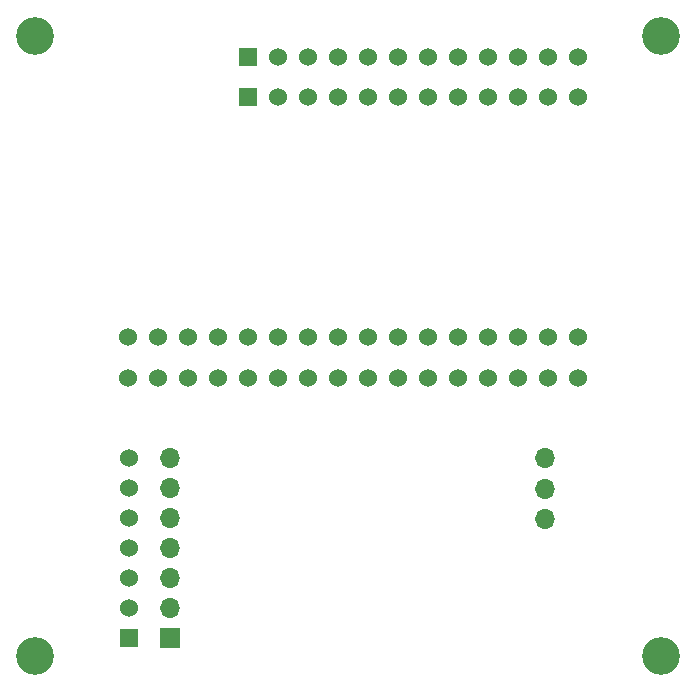
<source format=gbr>
%TF.GenerationSoftware,KiCad,Pcbnew,(7.0.0)*%
%TF.CreationDate,2023-02-28T10:19:26+09:00*%
%TF.ProjectId,feather-m4_e220_dbg_board,66656174-6865-4722-9d6d-345f65323230,0.1.1*%
%TF.SameCoordinates,Original*%
%TF.FileFunction,Soldermask,Bot*%
%TF.FilePolarity,Negative*%
%FSLAX46Y46*%
G04 Gerber Fmt 4.6, Leading zero omitted, Abs format (unit mm)*
G04 Created by KiCad (PCBNEW (7.0.0)) date 2023-02-28 10:19:26*
%MOMM*%
%LPD*%
G01*
G04 APERTURE LIST*
%ADD10C,3.200000*%
%ADD11R,1.530000X1.530000*%
%ADD12C,1.530000*%
%ADD13O,1.700000X1.700000*%
%ADD14R,1.700000X1.700000*%
G04 APERTURE END LIST*
D10*
%TO.C,REF\u002A\u002A*%
X176000000Y-126000000D03*
%TD*%
%TO.C,REF\u002A\u002A*%
X123000000Y-126000000D03*
%TD*%
%TO.C,REF\u002A\u002A*%
X123000000Y-73500000D03*
%TD*%
D11*
%TO.C,REF\u002A\u002A*%
X140959999Y-75349999D03*
D12*
X143500000Y-75350000D03*
X146040000Y-75350000D03*
X148580000Y-75350000D03*
X151120000Y-75350000D03*
X153660000Y-75350000D03*
X156200000Y-75350000D03*
X158740000Y-75350000D03*
X161280000Y-75350000D03*
X163820000Y-75350000D03*
X166360000Y-75350000D03*
X168900000Y-75350000D03*
%TD*%
%TO.C,FEATHER-M4\u002A*%
X168900000Y-99060000D03*
X166360000Y-99060000D03*
X163820000Y-99060000D03*
X161280000Y-99060000D03*
X158740000Y-99060000D03*
X156200000Y-99060000D03*
X153660000Y-99060000D03*
X151120000Y-99060000D03*
X148580000Y-99060000D03*
X146040000Y-99060000D03*
X143500000Y-99060000D03*
X140960000Y-99060000D03*
X138420000Y-99060000D03*
X135880000Y-99060000D03*
X133340000Y-99060000D03*
X130800000Y-99060000D03*
D11*
X140959999Y-78739999D03*
D12*
X143500000Y-78740000D03*
X146040000Y-78740000D03*
X148580000Y-78740000D03*
X151120000Y-78740000D03*
X153660000Y-78740000D03*
X156200000Y-78740000D03*
X158740000Y-78740000D03*
X161280000Y-78740000D03*
X163820000Y-78740000D03*
X166360000Y-78740000D03*
X168900000Y-78740000D03*
%TD*%
%TO.C,REF\u002A\u002A*%
X168940000Y-102500000D03*
X166400000Y-102500000D03*
X163860000Y-102500000D03*
X161320000Y-102500000D03*
X158780000Y-102500000D03*
X156240000Y-102500000D03*
X153700000Y-102500000D03*
X151160000Y-102500000D03*
X148620000Y-102500000D03*
X146080000Y-102500000D03*
X143540000Y-102500000D03*
X141000000Y-102500000D03*
X138460000Y-102500000D03*
X135920000Y-102500000D03*
X133380000Y-102500000D03*
X130840000Y-102500000D03*
%TD*%
D10*
%TO.C,REF\u002A\u002A*%
X176000000Y-73500000D03*
%TD*%
D13*
%TO.C,E220*%
X134389999Y-109299999D03*
X134389999Y-111839999D03*
X134389999Y-114379999D03*
X134389999Y-116919999D03*
X134389999Y-119459999D03*
X134389999Y-121999999D03*
D14*
X134389999Y-124539999D03*
D13*
X166139999Y-109299999D03*
X166139999Y-111869999D03*
X166139999Y-114409999D03*
%TD*%
D12*
%TO.C,REF\u002A\u002A*%
X130890000Y-109260000D03*
X130890000Y-111800000D03*
X130890000Y-114340000D03*
X130890000Y-116880000D03*
X130890000Y-119420000D03*
X130890000Y-121960000D03*
D11*
X130889999Y-124499999D03*
%TD*%
M02*

</source>
